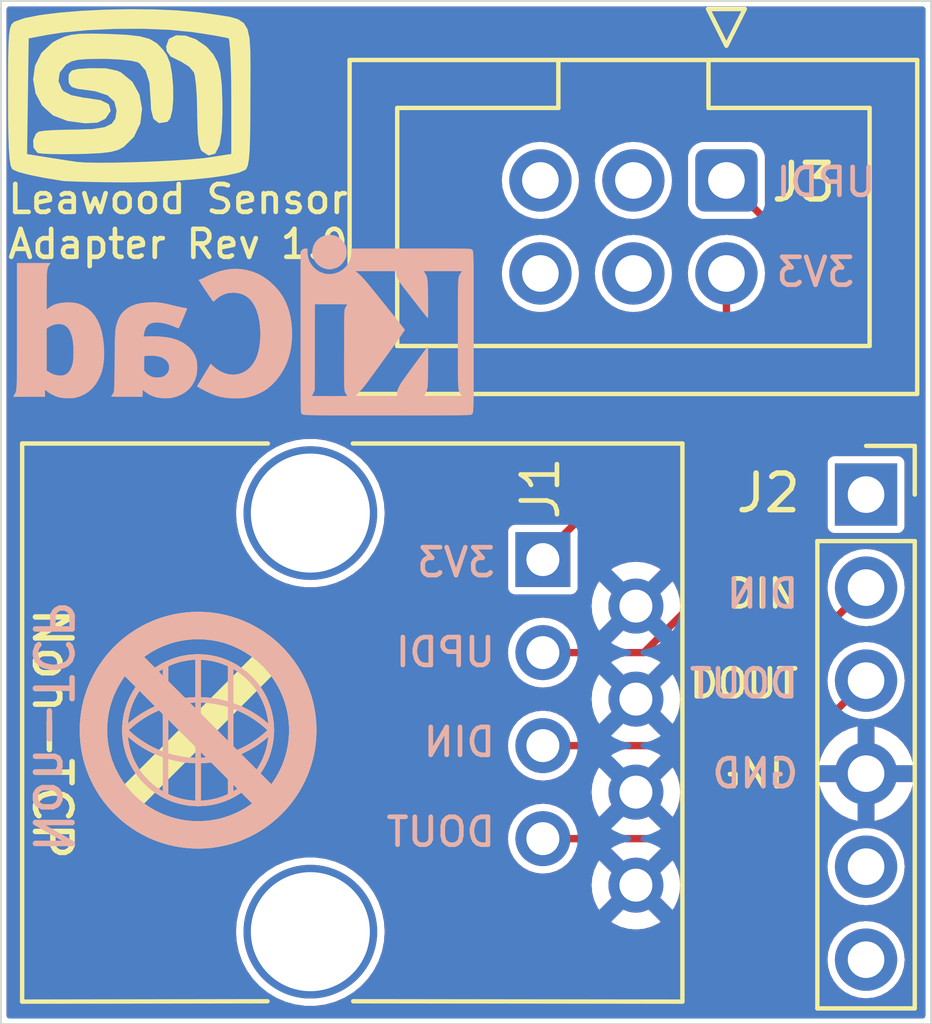
<source format=kicad_pcb>
(kicad_pcb (version 20240108) (generator "pcbnew") (generator_version "8.0")
  (title_block (title "Leawood Sensor Adapter LSX-1") (date "2024-03-27") (rev "1.0"))
  (layers (0 "F.Cu" signal) (31 "B.Cu" signal) (34 "B.Paste" user) (35 "F.Paste" user) (36 "B.SilkS" user "B.Silkscreen") (37 "F.SilkS" user "F.Silkscreen") (38 "B.Mask" user) (39 "F.Mask" user) (44 "Edge.Cuts" user))
  (net 0 "")
  (net 1 "GND")
  (net 2 "+3.3V")
  (net 3 "/UPDI")
  (net 4 "/DIN")
  (net 5 "/DOUT")
  (footprint "lsx-1-footprint:RJ45_8P8C" (layer "F.Cu") (at 93.54 72.405 -90)
    (property "Reference" "J1" (at -10.8354 2.608 90) (layer "F.SilkS") (effects (font (size 0.9906 0.9906) (thickness 0.127))))
    (property "Value" "RJ45" (hide yes))
    (fp_line (start -12.06 16.76) (end 3.18 16.76) (stroke (width 0.12)) (layer "F.SilkS"))
    (fp_line (start 3.17 10.06) (end 3.18 16.76) (stroke (width 0.12)) (layer "F.SilkS"))
    (fp_line (start -12.06 10.05) (end -12.06 16.76) (stroke (width 0.12)) (layer "F.SilkS"))
    (fp_line (start -12.06 -1.27) (end -12.06 7.73) (stroke (width 0.12)) (layer "F.SilkS"))
    (fp_line (start 3.18 -1.27) (end 3.17 7.72) (stroke (width 0.12)) (layer "F.SilkS"))
    (fp_line (start 3.18 -1.27) (end -12.06 -1.27) (stroke (width 0.12)) (layer "F.SilkS"))
    (pad "" np_thru_hole circle (at -10.16 8.89 270) (size 3.65 3.65) (drill 3.25) (layers "*.Cu" "*.Mask"))
    (pad "" np_thru_hole circle (at 1.27 8.89 270) (size 3.65 3.65) (drill 3.25) (layers "*.Cu" "*.Mask"))
    (pad "1" thru_hole rect (at -8.89 2.54 270) (size 1.5 1.5) (drill 0.9) (layers "*.Cu" "*.Mask") (net 2 "+3.3V"))
    (pad "2" thru_hole circle (at -7.62 0 270) (size 1.5 1.5) (drill 0.9) (layers "*.Cu" "*.Mask") (net 1 "GND"))
    (pad "3" thru_hole circle (at -6.35 2.54 270) (size 1.5 1.5) (drill 0.9) (layers "*.Cu" "*.Mask") (net 3 "/UPDI"))
    (pad "4" thru_hole circle (at -5.079999 0 270) (size 1.5 1.5) (drill 0.9) (layers "*.Cu" "*.Mask") (net 1 "GND"))
    (pad "5" thru_hole circle (at -3.81 2.54 270) (size 1.5 1.5) (drill 0.9) (layers "*.Cu" "*.Mask") (net 4 "/DIN"))
    (pad "6" thru_hole circle (at -2.54 0 270) (size 1.5 1.5) (drill 0.9) (layers "*.Cu" "*.Mask") (net 1 "GND"))
    (pad "7" thru_hole circle (at -1.27 2.54 270) (size 1.5 1.5) (drill 0.9) (layers "*.Cu" "*.Mask") (net 5 "/DOUT"))
    (pad "8" thru_hole circle (at 0 0 270) (size 1.5 1.5) (drill 0.9) (layers "*.Cu" "*.Mask") (net 1 "GND"))
  )
  (footprint "sjm-mechanical:MyBasic_rounded_50_1" (layer "F.Cu") (at 79.661678 50.808243)
    (property "Reference" "Lg1" (hide yes))
    (property "Value" "logo" (hide yes))
    (fp_poly (pts (xy 2.539068 0.492399) (xy 2.519138 1.015157) (xy 2.458339 1.378069) (xy 2.357294 1.579846) (xy 2.216624 1.619203) (xy 2.048933 1.507066) (xy 1.995682 1.361488) (xy 1.961686 1.054882) (xy 1.947676 0.594537) (xy 1.947333 0.49505) (xy 1.938764 0.097735) (xy 1.91563 -0.254593) (xy 1.88179 -0.516123) (xy 1.853241 -0.621876) (xy 1.709675 -0.791346) (xy 1.475328 -0.938435) (xy 1.429908 -0.957716) (xy 1.208838 -1.068214) (xy 1.114007 -1.194028) (xy 1.100667 -1.299315) (xy 1.164639 -1.475757) (xy 1.332569 -1.559333) (xy 1.568475 -1.552519) (xy 1.836374 -1.457795) (xy 2.100284 -1.277639) (xy 2.154278 -1.226745) (xy 2.30556 -1.050015) (xy 2.412216 -0.850203) (xy 2.481517 -0.594814) (xy 2.520737 -0.251351) (xy 2.537149 0.212682) (xy 2.539068 0.492399)) (stroke (width 0.1)) (fill solid) (layer "F.SilkS"))
    (fp_poly (pts (xy 0.34267 0.401396) (xy 0.295189 0.78495) (xy 0.130447 1.134481) (xy -0.143839 1.403811) (xy -0.285097 1.477168) (xy -0.473433 1.527105) (xy -0.744285 1.558878) (xy -1.133089 1.577742) (xy -1.354667 1.583393) (xy -1.751061 1.587691) (xy -2.089353 1.583729) (xy -2.33113 1.57245) (xy -2.434167 1.556953) (xy -2.523029 1.439885) (xy -2.531116 1.26176) (xy -2.463306 1.107596) (xy -2.406075 1.067391) (xy -2.267273 1.045378) (xy -2.003201 1.028077) (xy -1.657907 1.017813) (xy -1.432409 1.016) (xy -0.950865 1.000429) (xy -0.614329 0.946481) (xy -0.400728 0.843299) (xy -0.287987 0.680028) (xy -0.254033 0.445811) (xy -0.254 0.436455) (xy -0.320498 0.172492) (xy -0.525142 -0.014356) (xy -0.875658 -0.12968) (xy -1.077076 -0.159096) (xy -1.352639 -0.194937) (xy -1.499307 -0.240944) (xy -1.557127 -0.318745) (xy -1.566333 -0.423334) (xy -1.555369 -0.537732) (xy -1.497036 -0.604045) (xy -1.353176 -0.638834) (xy -1.085631 -0.658659) (xy -1.016 -0.662183) (xy -0.59972 -0.658156) (xy -0.30002 -0.593755) (xy -0.205721 -0.551214) (xy 0.090942 -0.306906) (xy 0.274163 0.024037) (xy 0.34267 0.401396)) (stroke (width 0.1)) (fill solid) (layer "F.SilkS"))
    (fp_poly (pts (xy 1.195199 0.12652) (xy 1.171174 0.423519) (xy 1.119217 0.633327) (xy 1.058333 0.707951) (xy 0.866305 0.738023) (xy 0.745857 0.641621) (xy 0.687111 0.404874) (xy 0.677333 0.172909) (xy 0.642254 -0.322588) (xy 0.534985 -0.672063) (xy 0.352479 -0.884069) (xy 0.288135 -0.919664) (xy 0.110694 -0.962599) (xy -0.184414 -0.995681) (xy -0.545592 -1.013942) (xy -0.712233 -1.016) (xy -1.103858 -1.010452) (xy -1.368654 -0.98892) (xy -1.548902 -0.944073) (xy -1.686886 -0.868578) (xy -1.724249 -0.840522) (xy -1.903246 -0.611261) (xy -1.940798 -0.34805) (xy -1.833614 -0.10105) (xy -1.776688 -0.041146) (xy -1.553794 0.073454) (xy -1.204358 0.144508) (xy -1.120521 0.152644) (xy -0.756152 0.209077) (xy -0.555352 0.306606) (xy -0.517192 0.446155) (xy -0.640743 0.628647) (xy -0.641048 0.628952) (xy -0.838147 0.726949) (xy -1.160777 0.744715) (xy -1.620879 0.68286) (xy -1.637249 0.679719) (xy -2.016998 0.53308) (xy -2.295444 0.281501) (xy -2.468504 -0.041314) (xy -2.532099 -0.401665) (xy -2.482146 -0.765849) (xy -2.314565 -1.100163) (xy -2.025274 -1.370906) (xy -1.894472 -1.444431) (xy -1.71114 -1.523813) (xy -1.527711 -1.574176) (xy -1.302663 -1.600125) (xy -0.994472 -1.606266) (xy -0.561616 -1.597204) (xy -0.526509 -1.596148) (xy -0.033514 -1.573734) (xy 0.324435 -1.533177) (xy 0.581523 -1.462284) (xy 0.771932 -1.348863) (xy 0.929845 -1.180723) (xy 1.027625 -1.041829) (xy 1.107505 -0.841846) (xy 1.162582 -0.550741) (xy 1.192074 -0.213093) (xy 1.195199 0.12652)) (stroke (width 0.1)) (fill solid) (layer "F.SilkS"))
    (fp_poly (pts (xy 3.304378 -0.743582) (xy 3.302238 -0.149924) (xy 3.302 0.034945) (xy 3.300032 0.675217) (xy 3.293365 1.165453) (xy 3.280856 1.524914) (xy 3.261361 1.772861) (xy 3.233735 1.928554) (xy 3.196835 2.011252) (xy 3.183831 2.02467) (xy 3.016596 2.096142) (xy 2.878667 2.126474) (xy 2.878667 1.672748) (xy 2.878667 0.079371) (xy 2.874611 -0.441091) (xy 2.86325 -0.890668) (xy 2.845795 -1.244335) (xy 2.823453 -1.477063) (xy 2.799275 -1.563074) (xy 2.687827 -1.593908) (xy 2.445552 -1.640381) (xy 2.109493 -1.695905) (xy 1.762108 -1.747515) (xy 1.13364 -1.809464) (xy 0.406051 -1.837755) (xy -0.363863 -1.833503) (xy -1.119308 -1.797821) (xy -1.803486 -1.731824) (xy -2.201333 -1.669763) (xy -2.751667 -1.565141) (xy -2.774634 0.056143) (xy -2.797601 1.677426) (xy -2.224301 1.768198) (xy -1.888387 1.820928) (xy -1.583576 1.868002) (xy -1.397 1.896091) (xy -1.156831 1.913739) (xy -0.785475 1.920161) (xy -0.320617 1.916617) (xy 0.200057 1.904364) (xy 0.738862 1.88466) (xy 1.258112 1.858761) (xy 1.720122 1.827926) (xy 2.087206 1.793412) (xy 2.2225 1.775306) (xy 2.878667 1.672748) (xy 2.878667 2.126474) (xy 2.707275 2.164166) (xy 2.283113 2.226037) (xy 1.771356 2.279051) (xy 1.199249 2.320504) (xy 0.594039 2.347692) (xy -0.017031 2.35791) (xy -0.169333 2.357483) (xy -0.654331 2.35226) (xy -1.093111 2.344201) (xy -1.451846 2.334183) (xy -1.696708 2.32308) (xy -1.778 2.315816) (xy -2.284572 2.232236) (xy -2.692361 2.149708) (xy -2.977538 2.073632) (xy -3.1115 2.013674) (xy -3.148535 1.935849) (xy -3.176694 1.76079) (xy -3.196802 1.473075) (xy -3.209683 1.057284) (xy -3.216163 0.497996) (xy -3.217333 0.034945) (xy -3.216382 -0.581401) (xy -3.212423 -1.049836) (xy -3.2038 -1.391776) (xy -3.188856 -1.628638) (xy -3.165934 -1.78184) (xy -3.133378 -1.872797) (xy -3.089532 -1.922927) (xy -3.064688 -1.938403) (xy -2.7988 -2.031821) (xy -2.393239 -2.111825) (xy -1.877227 -2.17717) (xy -1.279985 -2.226611) (xy -0.630736 -2.258901) (xy 0.041298 -2.272796) (xy 0.706896 -2.26705) (xy 1.336834 -2.240418) (xy 1.901891 -2.191654) (xy 2.140193 -2.160217) (xy 2.505658 -2.108577) (xy 2.785762 -2.063648) (xy 2.991766 -2.004153) (xy 3.134929 -1.908818) (xy 3.226512 -1.756368) (xy 3.277775 -1.525529) (xy 3.299977 -1.195025) (xy 3.304378 -0.743582)) (stroke (width 0.1)) (fill solid) (layer "F.SilkS"))
  )
  (footprint "sjm-mechanical:Non_TCP" (layer "F.Cu") (at 81.5848 68.1736 -90)
    (property "Reference" "Lg4")
    (property "Value" "logo")
    (fp_line (start -1.778 0.889) (end 1.778 0.889) (stroke (width 0.15)) (layer "F.SilkS"))
    (fp_line (start -2.000001 0) (end 2.000001 0) (stroke (width 0.15)) (layer "F.SilkS"))
    (fp_line (start -1.778 -0.889) (end 1.778 -0.889) (stroke (width 0.15)) (layer "F.SilkS"))
    (fp_line (start -2 -2) (end 2 2) (stroke (width 0.75)) (layer "F.SilkS"))
    (fp_arc (start 0 2.000001) (mid -0.828428 0) (end 0 -2.000001) (stroke (width 0.15)) (layer "F.SilkS"))
    (fp_arc (start 0 -2.000001) (mid 0.828428 0) (end 0 2.000001) (stroke (width 0.15)) (layer "F.SilkS"))
    (fp_circle (center 0 0) (end 2.000001 0) (stroke (width 0.15)) (fill none) (layer "F.SilkS"))
    (fp_circle (center 0 0) (end 2.858206 0) (stroke (width 0.75)) (fill none) (layer "F.SilkS"))
    (fp_text user "Non-TCP" (at -3.429 4.572 -90) (layer "F.SilkS") (effects (justify left bottom)))
  )
  (footprint "Connector_PinSocket_2.54mm:PinSocket_1x06_P2.54mm_Vertical" (layer "F.Cu") (at 99.825 61.74)
    (property "Reference" "J2" (at -2.67 -0.0434 0) (layer "F.SilkS"))
    (property "Value" "USART-USB" (hide yes))
    (fp_line (start -1.33 1.27) (end -1.33 14.03) (stroke (width 0.12)) (layer "F.SilkS"))
    (fp_line (start -1.33 1.27) (end 1.33 1.27) (stroke (width 0.12)) (layer "F.SilkS"))
    (fp_line (start -1.33 14.03) (end 1.33 14.03) (stroke (width 0.12)) (layer "F.SilkS"))
    (fp_line (start 0 -1.33) (end 1.33 -1.33) (stroke (width 0.12)) (layer "F.SilkS"))
    (fp_line (start 1.33 -1.33) (end 1.33 0) (stroke (width 0.12)) (layer "F.SilkS"))
    (fp_line (start 1.33 1.27) (end 1.33 14.03) (stroke (width 0.12)) (layer "F.SilkS"))
    (pad "1" thru_hole rect (at 0 0) (size 1.7 1.7) (drill 1) (layers "*.Cu" "*.Mask"))
    (pad "2" thru_hole oval (at 0 2.54) (size 1.7 1.7) (drill 1) (layers "*.Cu" "*.Mask") (net 4 "/DIN"))
    (pad "3" thru_hole oval (at 0 5.08) (size 1.7 1.7) (drill 1) (layers "*.Cu" "*.Mask") (net 5 "/DOUT"))
    (pad "4" thru_hole oval (at 0 7.62) (size 1.7 1.7) (drill 1) (layers "*.Cu" "*.Mask") (net 1 "GND"))
    (pad "5" thru_hole oval (at 0 10.16) (size 1.7 1.7) (drill 1) (layers "*.Cu" "*.Mask"))
    (pad "6" thru_hole oval (at 0 12.7) (size 1.7 1.7) (drill 1) (layers "*.Cu" "*.Mask"))
  )
  (footprint "Connector_IDC:IDC-Header_2x03_P2.54mm_Vertical" (layer "F.Cu") (at 96.012 53.1622 -90)
    (property "Reference" "J3" (at 0.0508 -2.1082 0) (layer "F.SilkS"))
    (property "Value" "ISP" (hide yes))
    (fp_line (start -3.29 10.29) (end -3.29 -5.21) (stroke (width 0.12)) (layer "F.SilkS"))
    (fp_line (start 5.83 10.29) (end -3.29 10.29) (stroke (width 0.12)) (layer "F.SilkS"))
    (fp_line (start -1.98 8.99) (end -1.98 4.59) (stroke (width 0.12)) (layer "F.SilkS"))
    (fp_line (start 4.52 8.99) (end -1.98 8.99) (stroke (width 0.12)) (layer "F.SilkS"))
    (fp_line (start -1.98 4.59) (end -3.29 4.59) (stroke (width 0.12)) (layer "F.SilkS"))
    (fp_line (start -1.98 4.59) (end -1.98 4.59) (stroke (width 0.12)) (layer "F.SilkS"))
    (fp_line (start -4.68 0.5) (end -3.68 0) (stroke (width 0.12)) (layer "F.SilkS"))
    (fp_line (start -3.29 0.49) (end -1.98 0.49) (stroke (width 0.12)) (layer "F.SilkS"))
    (fp_line (start -1.98 0.49) (end -1.98 -3.91) (stroke (width 0.12)) (layer "F.SilkS"))
    (fp_line (start -3.68 0) (end -4.68 -0.5) (stroke (width 0.12)) (layer "F.SilkS"))
    (fp_line (start -4.68 -0.5) (end -4.68 0.5) (stroke (width 0.12)) (layer "F.SilkS"))
    (fp_line (start -1.98 -3.91) (end 4.52 -3.91) (stroke (width 0.12)) (layer "F.SilkS"))
    (fp_line (start 4.52 -3.91) (end 4.52 8.99) (stroke (width 0.12)) (layer "F.SilkS"))
    (fp_line (start -3.29 -5.21) (end 5.83 -5.21) (stroke (width 0.12)) (layer "F.SilkS"))
    (fp_line (start 5.83 -5.21) (end 5.83 10.29) (stroke (width 0.12)) (layer "F.SilkS"))
    (pad "1" thru_hole roundrect (at 0 0 270) (size 1.7 1.7) (drill 1) (layers "*.Cu" "*.Mask") (roundrect_rratio 0.147059) (net 3 "/UPDI"))
    (pad "2" thru_hole circle (at 2.54 0 270) (size 1.7 1.7) (drill 1) (layers "*.Cu" "*.Mask") (net 2 "+3.3V"))
    (pad "3" thru_hole circle (at 0 2.54 270) (size 1.7 1.7) (drill 1) (layers "*.Cu" "*.Mask"))
    (pad "4" thru_hole circle (at 2.54 2.54 270) (size 1.7 1.7) (drill 1) (layers "*.Cu" "*.Mask"))
    (pad "5" thru_hole circle (at 0 5.08 270) (size 1.7 1.7) (drill 1) (layers "*.Cu" "*.Mask"))
    (pad "6" thru_hole circle (at 2.54 5.08 270) (size 1.7 1.7) (drill 1) (layers "*.Cu" "*.Mask"))
  )
  (footprint "Symbol:KiCad-Logo_5mm_SilkScreen" (layer "B.Cu") (at 82.8294 57.6326 180)
    (property "Reference" "Lg2" (hide yes))
    (property "Value" "logo" (hide yes))
    (fp_poly (pts (xy -2.273043 2.973429) (xy -2.176767 2.949191) (xy -2.090184 2.906359) (xy -2.015373 2.846581) (xy -1.954418 2.771506) (xy -1.909399 2.68278) (xy -1.883136 2.58647) (xy -1.877286 2.489205) (xy -1.89214 2.395345) (xy -1.92584 2.30749) (xy -1.976528 2.22823) (xy -2.042345 2.160165) (xy -2.121434 2.105888) (xy -2.211934 2.067998) (xy -2.2632 2.055574) (xy -2.307698 2.048053) (xy -2.341999 2.045081) (xy -2.37496 2.046906) (xy -2.415434 2.053775) (xy -2.448531 2.06075) (xy -2.541946 2.092259) (xy -2.625619 2.143383) (xy -2.697665 2.212571) (xy -2.7562 2.298272) (xy -2.770148 2.325511) (xy -2.786586 2.361878) (xy -2.796894 2.392418) (xy -2.80246 2.42455) (xy -2.804669 2.465693) (xy -2.804948 2.511778) (xy -2.800861 2.596135) (xy -2.787446 2.665414) (xy -2.762256 2.726039) (xy -2.722845 2.784433) (xy -2.684298 2.828698) (xy -2.612406 2.894516) (xy -2.537313 2.939947) (xy -2.454562 2.967149) (xy -2.376928 2.977424) (xy -2.273043 2.973429)) (stroke (width 0.01)) (fill solid) (layer "B.SilkS"))
    (fp_poly (pts (xy 0.328429 2.050929) (xy 0.48857 2.029755) (xy 0.65251 1.989615) (xy 0.822314 1.930111) (xy 1.000043 1.850846) (xy 1.01131 1.845301) (xy 1.069005 1.817275) (xy 1.120551 1.793198) (xy 1.162192 1.774751) (xy 1.190162 1.763614) (xy 1.199733 1.761067) (xy 1.21895 1.756059) (xy 1.223561 1.751853) (xy 1.218458 1.74142) (xy 1.202417 1.715132) (xy 1.177288 1.675743) (xy 1.144913 1.626009) (xy 1.107143 1.568685) (xy 1.065822 1.506524) (xy 1.022798 1.442282) (xy 0.979917 1.378715) (xy 0.939026 1.318575) (xy 0.901971 1.26462) (xy 0.8706 1.219603) (xy 0.846759 1.186279) (xy 0.832294 1.167403) (xy 0.830309 1.165213) (xy 0.820191 1.169862) (xy 0.797851 1.187038) (xy 0.767279 1.21356) (xy 0.751536 1.228036) (xy 0.655047 1.303318) (xy 0.548336 1.358759) (xy 0.432832 1.393859) (xy 0.309962 1.40812) (xy 0.240561 1.406949) (xy 0.119423 1.389788) (xy 0.010205 1.353906) (xy -0.087418 1.299041) (xy -0.173772 1.22493) (xy -0.249185 1.131312) (xy -0.313982 1.017924) (xy -0.351399 0.931332) (xy -0.395252 0.795634) (xy -0.427572 0.64815) (xy -0.448443 0.492687) (xy -0.457949 0.333044) (xy -0.456173 0.173028) (xy -0.443197 0.01644) (xy -0.419106 -0.132918) (xy -0.383982 -0.27124) (xy -0.337908 -0.394724) (xy -0.321627 -0.428978) (xy -0.25338 -0.543064) (xy -0.172922 -0.639557) (xy -0.08143 -0.71767) (xy 0.019911 -0.776617) (xy 0.12992 -0.815612) (xy 0.247415 -0.833868) (xy 0.288883 -0.83521) (xy 0.410442 -0.82429) (xy 0.530878 -0.791474) (xy 0.648666 -0.737439) (xy 0.762277 -0.662865) (xy 0.853685 -0.584539) (xy 0.900215 -0.540008) (xy 1.081483 -0.837271) (xy 1.12658 -0.911433) (xy 1.167819 -0.979646) (xy 1.203735 -1.039459) (xy 1.232866 -1.08842) (xy 1.25375 -1.124079) (xy 1.264924 -1.143984) (xy 1.266375 -1.147079) (xy 1.258146 -1.156719) (xy 1.232567 -1.173999) (xy 1.192874 -1.197283) (xy 1.142297 -1.224934) (xy 1.084074 -1.255315) (xy 1.021437 -1.28679) (xy 0.957621 -1.317722) (xy 0.89586 -1.346473) (xy 0.839388 -1.371408) (xy 0.791438 -1.390889) (xy 0.767986 -1.399318) (xy 0.63422 -1.437133) (xy 0.496327 -1.462136) (xy 0.348621 -1.47514) (xy 0.221833 -1.477468) (xy 0.153878 -1.476373) (xy 0.088277 -1.474275) (xy 0.030847 -1.471434) (xy -0.012597 -1.468106) (xy -0.026702 -1.466422) (xy -0.165715 -1.437587) (xy -0.307243 -1.392468) (xy -0.444725 -1.33375) (xy -0.571606 -1.26412) (xy -0.649111 -1.211441) (xy -0.776519 -1.103239) (xy -0.894822 -0.976671) (xy -1.001828 -0.834866) (xy -1.095348 -0.680951) (xy -1.17319 -0.518053) (xy -1.217044 -0.400756) (xy -1.267292 -0.217128) (xy -1.300791 -0.022581) (xy -1.317551 0.178675) (xy -1.317584 0.382432) (xy -1.300899 0.58448) (xy -1.267507 0.780608) (xy -1.21742 0.966609) (xy -1.213603 0.978197) (xy -1.150719 1.14025) (xy -1.073972 1.288168) (xy -0.980758 1.426135) (xy -0.868473 1.558339) (xy -0.824608 1.603601) (xy -0.688466 1.727542) (xy -0.548509 1.830085) (xy -0.402589 1.912344) (xy -0.248558 1.975436) (xy -0.084267 2.020477) (xy 0.011289 2.037967) (xy 0.170023 2.053534) (xy 0.328429 2.050929)) (stroke (width 0.01)) (fill solid) (layer "B.SilkS"))
    (fp_poly (pts (xy 6.186507 0.527755) (xy 6.186526 0.293338) (xy 6.186552 0.080397) (xy 6.186625 -0.112168) (xy 6.186783 -0.285459) (xy 6.187064 -0.440576) (xy 6.187509 -0.578621) (xy 6.188156 -0.700692) (xy 6.189045 -0.807894) (xy 6.190213 -0.901326) (xy 6.191701 -0.98209) (xy 6.193546 -1.051286) (xy 6.195789 -1.110016) (xy 6.198469 -1.159379) (xy 6.201623 -1.200478) (xy 6.205292 -1.234413) (xy 6.209513 -1.262286) (xy 6.214327 -1.285198) (xy 6.219773 -1.304249) (xy 6.225888 -1.32054) (xy 6.232712 -1.335173) (xy 6.240285 -1.349249) (xy 6.248645 -1.363868) (xy 6.253839 -1.372974) (xy 6.288104 -1.433689) (xy 5.429955 -1.433689) (xy 5.429955 -1.337733) (xy 5.429224 -1.29437) (xy 5.427272 -1.261205) (xy 5.424463 -1.243424) (xy 5.423221 -1.241778) (xy 5.411799 -1.248662) (xy 5.389084 -1.266505) (xy 5.366385 -1.285879) (xy 5.3118 -1.326614) (xy 5.242321 -1.367617) (xy 5.165269 -1.405123) (xy 5.087965 -1.435364) (xy 5.057113 -1.445012) (xy 4.988616 -1.459578) (xy 4.905764 -1.469539) (xy 4.816371 -1.474583) (xy 4.728248 -1.474396) (xy 4.649207 -1.468666) (xy 4.611511 -1.462858) (xy 4.473414 -1.424797) (xy 4.346113 -1.367074) (xy 4.230292 -1.290211) (xy 4.126637 -1.194739) (xy 4.035833 -1.081179) (xy 3.969031 -0.970381) (xy 3.914164 -0.853625) (xy 3.872163 -0.734276) (xy 3.842167 -0.608283) (xy 3.823311 -0.471594) (xy 3.814732 -0.320158) (xy 3.814006 -0.242711) (xy 3.8161 -0.185934) (xy 4.645217 -0.185934) (xy 4.645424 -0.279002) (xy 4.648337 -0.366692) (xy 4.654 -0.443772) (xy 4.662455 -0.505009) (xy 4.665038 -0.51735) (xy 4.69684 -0.624633) (xy 4.738498 -0.711658) (xy 4.790363 -0.778642) (xy 4.852781 -0.825805) (xy 4.9261 -0.853365) (xy 5.01067 -0.861541) (xy 5.106835 -0.850551) (xy 5.170311 -0.834829) (xy 5.219454 -0.816639) (xy 5.273583 -0.790791) (xy 5.314244 -0.767089) (xy 5.3848 -0.720721) (xy 5.3848 0.42947) (xy 5.317392 0.473037) (xy 5.238867 0.51396) (xy 5.154681 0.540611) (xy 5.069557 0.552535) (xy 4.988216 0.549278) (xy 4.91538 0.530385) (xy 4.883427 0.514816) (xy 4.825501 0.471819) (xy 4.776544 0.415047) (xy 4.735389 0.342425) (xy 4.700874 0.251879) (xy 4.671833 0.141334) (xy 4.670552 0.135468) (xy 4.660381 0.073212) (xy 4.652739 -0.004594) (xy 4.64767 -0.09272) (xy 4.645217 -0.185934) (xy 3.8161 -0.185934) (xy 3.821857 -0.029895) (xy 3.843801 0.165941) (xy 3.879786 0.344668) (xy 3.929759 0.506155) (xy 3.993668 0.650274) (xy 4.071461 0.776894) (xy 4.163089 0.885885) (xy 4.268497 0.977117) (xy 4.313662 1.008068) (xy 4.414611 1.064215) (xy 4.517901 1.103826) (xy 4.627989 1.127986) (xy 4.74933 1.137781) (xy 4.841836 1.136735) (xy 4.97149 1.125769) (xy 5.084084 1.103954) (xy 5.182876 1.070286) (xy 5.271121 1.023764) (xy 5.319986 0.989552) (xy 5.349353 0.967638) (xy 5.371043 0.952667) (xy 5.379253 0.948267) (xy 5.380868 0.959096) (xy 5.382159 0.989749) (xy 5.383137 1.037474) (xy 5.383817 1.099521) (xy 5.38421 1.173138) (xy 5.38433 1.255573) (xy 5.384188 1.344075) (xy 5.383797 1.435893) (xy 5.383171 1.528276) (xy 5.382319 1.618472) (xy 5.38126 1.703729) (xy 5.380001 1.781297) (xy 5.378556 1.848425) (xy 5.376938 1.902359) (xy 5.375161 1.94035) (xy 5.374669 1.947332) (xy 5.367092 2.017749) (xy 5.355531 2.072898) (xy 5.337792 2.120019) (xy 5.311681 2.166353) (xy 5.305415 2.175933) (xy 5.280983 2.212622) (xy 6.18631 2.212622) (xy 6.186507 0.527755)) (stroke (width 0.01)) (fill solid) (layer "B.SilkS"))
    (fp_poly (pts (xy 2.673574 1.133448) (xy 2.825493 1.113433) (xy 2.960756 1.079798) (xy 3.080239 1.032275) (xy 3.184815 0.970595) (xy 3.262425 0.907035) (xy 3.331265 0.832901) (xy 3.385006 0.753129) (xy 3.42791 0.660909) (xy 3.443384 0.617839) (xy 3.456244 0.578858) (xy 3.467446 0.542711) (xy 3.47712 0.507565) (xy 3.485396 0.47159) (xy 3.492403 0.43295) (xy 3.498272 0.389815) (xy 3.503131 0.340351) (xy 3.50711 0.282727) (xy 3.51034 0.215109) (xy 3.512949 0.135666) (xy 3.515067 0.042564) (xy 3.516824 -0.066027) (xy 3.518349 -0.191942) (xy 3.519772 -0.337012) (xy 3.521025 -0.479778) (xy 3.522351 -0.635968) (xy 3.523556 -0.771239) (xy 3.524766 -0.887246) (xy 3.526106 -0.985645) (xy 3.5277 -1.068093) (xy 3.529675 -1.136246) (xy 3.532156 -1.19176) (xy 3.535269 -1.236292) (xy 3.539138 -1.271497) (xy 3.543889 -1.299034) (xy 3.549648 -1.320556) (xy 3.556539 -1.337722) (xy 3.564689 -1.352186) (xy 3.574223 -1.365606) (xy 3.585266 -1.379637) (xy 3.589566 -1.385072) (xy 3.605386 -1.40791) (xy 3.612422 -1.423463) (xy 3.612444 -1.423922) (xy 3.601567 -1.426121) (xy 3.570582 -1.428147) (xy 3.521957 -1.429942) (xy 3.458163 -1.431451) (xy 3.38167 -1.432616) (xy 3.294944 -1.43338) (xy 3.200457 -1.433686) (xy 3.18955 -1.433689) (xy 2.766657 -1.433689) (xy 2.763395 -1.337622) (xy 2.760133 -1.241556) (xy 2.698044 -1.292543) (xy 2.600714 -1.360057) (xy 2.490813 -1.414749) (xy 2.404349 -1.444978) (xy 2.335278 -1.459666) (xy 2.251925 -1.469659) (xy 2.162159 -1.474646) (xy 2.073845 -1.474313) (xy 1.994851 -1.468351) (xy 1.958622 -1.462638) (xy 1.818603 -1.424776) (xy 1.692178 -1.369932) (xy 1.580261 -1.298924) (xy 1.483762 -1.212568) (xy 1.4036 -1.111679) (xy 1.340687 -0.997076) (xy 1.296312 -0.870984) (xy 1.283978 -0.814401) (xy 1.276368 -0.752203) (xy 1.272738 -0.677363) (xy 1.272245 -0.643467) (xy 1.27231 -0.640282) (xy 2.032248 -0.640282) (xy 2.041541 -0.715333) (xy 2.069728 -0.77916) (xy 2.118197 -0.834798) (xy 2.123254 -0.839211) (xy 2.171548 -0.874037) (xy 2.223257 -0.89662) (xy 2.283989 -0.90854) (xy 2.359352 -0.911383) (xy 2.377459 -0.910978) (xy 2.431278 -0.908325) (xy 2.471309 -0.902909) (xy 2.506324 -0.892745) (xy 2.545103 -0.87585) (xy 2.555746 -0.870672) (xy 2.616396 -0.834843) (xy 2.663215 -0.792212) (xy 2.675952 -0.776973) (xy 2.720622 -0.720462) (xy 2.720622 -0.524586) (xy 2.720086 -0.445939) (xy 2.718396 -0.387988) (xy 2.715428 -0.348874) (xy 2.711057 -0.326741) (xy 2.706972 -0.320274) (xy 2.691047 -0.317111) (xy 2.657264 -0.314488) (xy 2.610341 -0.312655) (xy 2.554993 -0.311857) (xy 2.546106 -0.311842) (xy 2.42533 -0.317096) (xy 2.32266 -0.333263) (xy 2.236106 -0.360961) (xy 2.163681 -0.400809) (xy 2.108751 -0.447758) (xy 2.064205 -0.505645) (xy 2.03948 -0.568693) (xy 2.032248 -0.640282) (xy 1.27231 -0.640282) (xy 1.274178 -0.549712) (xy 1.282522 -0.470811) (xy 1.298768 -0.39959) (xy 1.324405 -0.328864) (xy 1.348401 -0.276494) (xy 1.407019 -0.181196) (xy 1.485117 -0.09317) (xy 1.580315 -0.014017) (xy 1.690238 0.05466) (xy 1.81251 0.111259) (xy 1.944754 0.154179) (xy 2.009421 0.169118) (xy 2.145604 0.191223) (xy 2.294049 0.205806) (xy 2.445505 0.212187) (xy 2.572064 0.210555) (xy 2.73395 0.203776) (xy 2.72653 0.262755) (xy 2.707238 0.361908) (xy 2.676104 0.442628) (xy 2.632269 0.505534) (xy 2.574871 0.551244) (xy 2.503048 0.580378) (xy 2.415941 0.593553) (xy 2.312686 0.591389) (xy 2.274712 0.587388) (xy 2.13352 0.56222) (xy 1.996707 0.521186) (xy 1.902178 0.483184) (xy 1.857018 0.46381) (xy 1.818585 0.44824) (xy 1.792234 0.438595) (xy 1.784547 0.436548) (xy 1.774802 0.445626) (xy 1.758083 0.474595) (xy 1.734232 0.523783) (xy 1.703093 0.593516) (xy 1.664507 0.684121) (xy 1.65791 0.699911) (xy 1.627853 0.772228) (xy 1.600874 0.837575) (xy 1.578136 0.893094) (xy 1.560806 0.935929) (xy 1.550048 0.963219) (xy 1.546941 0.972058) (xy 1.55694 0.976813) (xy 1.583217 0.98209) (xy 1.611489 0.985769) (xy 1.641646 0.990526) (xy 1.689434 0.999972) (xy 1.750612 1.01318) (xy 1.820946 1.029224) (xy 1.896195 1.04718) (xy 1.924755 1.054203) (xy 2.029816 1.079791) (xy 2.11748 1.099853) (xy 2.192068 1.115031) (xy 2.257903 1.125965) (xy 2.319307 1.133296) (xy 2.380602 1.137665) (xy 2.44611 1.139713) (xy 2.504128 1.140111) (xy 2.673574 1.133448)) (stroke (width 0.01)) (fill solid) (layer "B.SilkS"))
    (fp_poly (pts (xy -2.946399 2.510946) (xy -2.935535 2.397007) (xy -2.903918 2.289384) (xy -2.853015 2.190385) (xy -2.784293 2.102315) (xy -2.699219 2.027484) (xy -2.602232 1.969616) (xy -2.495965 1.929995) (xy -2.38895 1.911427) (xy -2.2833 1.912565) (xy -2.181125 1.93207) (xy -2.084534 1.968594) (xy -1.995638 2.020795) (xy -1.916546 2.087327) (xy -1.849368 2.166848) (xy -1.796217 2.258013) (xy -1.759199 2.359477) (xy -1.740427 2.469898) (xy -1.738489 2.519794) (xy -1.738489 2.607733) (xy -1.68656 2.607733) (xy -1.650253 2.604889) (xy -1.623355 2.593089) (xy -1.596249 2.569351) (xy -1.557867 2.530969) (xy -1.557867 0.339398) (xy -1.557876 0.077261) (xy -1.557908 -0.163241) (xy -1.557972 -0.383048) (xy -1.558076 -0.583101) (xy -1.558227 -0.764344) (xy -1.558434 -0.927716) (xy -1.558706 -1.07416) (xy -1.55905 -1.204617) (xy -1.559474 -1.320029) (xy -1.559987 -1.421338) (xy -1.560597 -1.509484) (xy -1.561312 -1.58541) (xy -1.56214 -1.650057) (xy -1.563089 -1.704367) (xy -1.564167 -1.74928) (xy -1.565383 -1.78574) (xy -1.566745 -1.814686) (xy -1.568261 -1.837063) (xy -1.569938 -1.853809) (xy -1.571786 -1.865867) (xy -1.573813 -1.87418) (xy -1.576025 -1.879686) (xy -1.577108 -1.881537) (xy -1.581271 -1.888549) (xy -1.584805 -1.894996) (xy -1.588635 -1.9009) (xy -1.593682 -1.906286) (xy -1.600871 -1.911178) (xy -1.611123 -1.915598) (xy -1.625364 -1.919571) (xy -1.644514 -1.923121) (xy -1.669499 -1.926271) (xy -1.70124 -1.929042) (xy -1.740662 -1.931461) (xy -1.788686 -1.933551) (xy -1.846237 -1.935335) (xy -1.914237 -1.936838) (xy -1.99361 -1.93808) (xy -2.085279 -1.939089) (xy -2.190166 -1.939885) (xy -2.309196 -1.940494) (xy -2.44329 -1.940939) (xy -2.593374 -1.941243) (xy -2.760367 -1.94143) (xy -2.945196 -1.941524) (xy -3.148783 -1.941548) (xy -3.37205 -1.941525) (xy -3.615922 -1.94148) (xy -3.881321 -1.941437) (xy -3.919704 -1.941432) (xy -4.186682 -1.941389) (xy -4.432002 -1.941318) (xy -4.656583 -1.941212) (xy -4.861345 -1.941066) (xy -5.047206 -1.940869) (xy -5.215088 -1.940616) (xy -5.365908 -1.9403) (xy -5.500587 -1.939913) (xy -5.620044 -1.939447) (xy -5.725199 -1.938897) (xy -5.816971 -1.938253) (xy -5.896279 -1.937511) (xy -5.964043 -1.936661) (xy -6.021182 -1.935697) (xy -6.068617 -1.934611) (xy -6.107266 -1.933397) (xy -6.13805 -1.932047) (xy -6.161885 -1.930555) (xy -6.179694 -1.928912) (xy -6.192395 -1.927111) (xy -6.200908 -1.925145) (xy -6.205266 -1.923477) (xy -6.213728 -1.919906) (xy -6.221497 -1.91727) (xy -6.228602 -1.914634) (xy -6.235073 -1.911061) (xy -6.240939 -1.905621) (xy -6.246229 -1.897375) (xy -6.250974 -1.88539) (xy -6.255202 -1.868731) (xy -6.258944 -1.846463) (xy -6.262227 -1.817652) (xy -6.265083 -1.781363) (xy -6.26754 -1.736661) (xy -6.269629 -1.682611) (xy -6.271378 -1.618279) (xy -6.272817 -1.54273) (xy -6.273976 -1.455031) (xy -6.274883 -1.354243) (xy -6.275569 -1.239434) (xy -6.276063 -1.10967) (xy -6.276395 -0.964015) (xy -6.276593 -0.801535) (xy -6.276687 -0.621295) (xy -6.276708 -0.42236) (xy -6.276685 -0.203796) (xy -6.276645 0.035332) (xy -6.276622 0.29596) (xy -6.276622 0.338112) (xy -6.276636 0.601008) (xy -6.276661 0.842268) (xy -6.276671 1.062835) (xy -6.276642 1.263648) (xy -6.276548 1.445651) (xy -6.276362 1.609784) (xy -6.276059 1.756989) (xy -6.275614 1.888208) (xy -6.275034 1.998132) (xy -5.972197 1.998132) (xy -5.932407 1.940289) (xy -5.921236 1.924521) (xy -5.911166 1.910559) (xy -5.902138 1.897216) (xy -5.894097 1.883307) (xy -5.886986 1.867644) (xy -5.880747 1.849042) (xy -5.875325 1.826314) (xy -5.870662 1.798273) (xy -5.866701 1.763734) (xy -5.863385 1.721508) (xy -5.860659 1.670411) (xy -5.858464 1.609256) (xy -5.856745 1.536856) (xy -5.855444 1.452025) (xy -5.854505 1.353578) (xy -5.85387 1.240326) (xy -5.853484 1.111084) (xy -5.853289 0.964666) (xy -5.853227 0.799884) (xy -5.853243 0.615553) (xy -5.85328 0.410487) (xy -5.853289 0.287867) (xy -5.853265 0.070918) (xy -5.853231 -0.124642) (xy -5.853243 -0.299999) (xy -5.853358 -0.456341) (xy -5.85363 -0.594857) (xy -5.854118 -0.716734) (xy -5.854877 -0.82316) (xy -5.855962 -0.915322) (xy -5.857431 -0.994409) (xy -5.85934 -1.061608) (xy -5.861744 -1.118107) (xy -5.864701 -1.165093) (xy -5.868266 -1.203755) (xy -5.872495 -1.23528) (xy -5.877446 -1.260855) (xy -5.883173 -1.28167) (xy -5.889733 -1.298911) (xy -5.897183 -1.313765) (xy -5.905579 -1.327422) (xy -5.914977 -1.341069) (xy -5.925432 -1.355893) (xy -5.931523 -1.364783) (xy -5.970296 -1.4224) (xy -5.438732 -1.4224) (xy -5.315483 -1.422365) (xy -5.212987 -1.422214) (xy -5.12942 -1.421878) (xy -5.062956 -1.421285) (xy -5.011771 -1.420367) (xy -4.974042 -1.419051) (xy -4.947939 -1.417269) (xy -4.931643 -1.414951) (xy -4.923328 -1.412026) (xy -4.921168 -1.408424) (xy -4.923338 -1.404075) (xy -4.924535 -1.402645) (xy -4.949685 -1.365573) (xy -4.975582 -1.312772) (xy -4.999193 -1.25077) (xy -5.007461 -1.224358) (xy -5.012078 -1.206416) (xy -5.015979 -1.185355) (xy -5.019248 -1.159089) (xy -5.021966 -1.125532) (xy -5.024215 -1.0826) (xy -5.026077 -1.028204) (xy -5.027636 -0.960262) (xy -5.028972 -0.876688) (xy -5.03017 -0.775395) (xy -5.031308 -0.6543) (xy -5.031685 -0.6096) (xy -5.032702 -0.484449) (xy -5.03346 -0.380082) (xy -5.033903 -0.294707) (xy -5.03397 -0.226533) (xy -5.033605 -0.173765) (xy -5.032748 -0.134614) (xy -5.031341 -0.107285) (xy -5.029325 -0.089986) (xy -5.026643 -0.080926) (xy -5.023236 -0.078312) (xy -5.019044 -0.080351) (xy -5.014571 -0.084667) (xy -5.004216 -0.097602) (xy -4.982158 -0.126676) (xy -4.949957 -0.169759) (xy -4.909174 -0.224718) (xy -4.86137 -0.289423) (xy -4.808105 -0.361742) (xy -4.750939 -0.439544) (xy -4.691437 -0.520698) (xy -4.631155 -0.603072) (xy -4.571655 -0.684536) (xy -4.514498 -0.762957) (xy -4.461245 -0.836204) (xy -4.413457 -0.902147) (xy -4.372693 -0.958654) (xy -4.340516 -1.003593) (xy -4.318485 -1.034834) (xy -4.313917 -1.041466) (xy -4.290995 -1.078369) (xy -4.264188 -1.126359) (xy -4.238789 -1.175897) (xy -4.235568 -1.182577) (xy -4.21389 -1.230772) (xy -4.201304 -1.268334) (xy -4.195574 -1.30416) (xy -4.194456 -1.3462) (xy -4.19509 -1.4224) (xy -3.040651 -1.4224) (xy -3.131815 -1.328668) (xy -3.178613 -1.278775) (xy -3.228898 -1.222295) (xy -3.274944 -1.168026) (xy -3.295369 -1.142673) (xy -3.325807 -1.103128) (xy -3.365862 -1.049916) (xy -3.414361 -0.984667) (xy -3.470135 -0.909011) (xy -3.532011 -0.824577) (xy -3.598819 -0.732994) (xy -3.669387 -0.635892) (xy -3.742545 -0.534901) (xy -3.817122 -0.43165) (xy -3.891944 -0.327768) (xy -3.965843 -0.224885) (xy -4.037645 -0.124631) (xy -4.106184 -0.028636) (xy -4.170284 0.061473) (xy -4.228775 0.144064) (xy -4.280486 0.217508) (xy -4.324247 0.280176) (xy -4.358885 0.330439) (xy -4.38323 0.366666) (xy -4.396111 0.387229) (xy -4.397869 0.391333) (xy -4.38991 0.402658) (xy -4.369115 0.429838) (xy -4.336847 0.471171) (xy -4.29447 0.524956) (xy -4.243347 0.589494) (xy -4.184841 0.663082) (xy -4.120314 0.744022) (xy -4.051131 0.830612) (xy -3.978653 0.921152) (xy -3.904246 1.01394) (xy -3.844517 1.088298) (xy -2.833511 1.088298) (xy -2.827602 1.07534) (xy -2.813272 1.053092) (xy -2.812225 1.051608) (xy -2.793437 1.021456) (xy -2.77379 0.984625) (xy -2.769891 0.976489) (xy -2.766356 0.96806) (xy -2.76323 0.957941) (xy -2.760485 0.94474) (xy -2.758092 0.927062) (xy -2.756019 0.903516) (xy -2.754235 0.872707) (xy -2.752712 0.833243) (xy -2.75142 0.783731) (xy -2.750326 0.722777) (xy -2.749403 0.648989) (xy -2.748619 0.560972) (xy -2.747945 0.457335) (xy -2.74735 0.336684) (xy -2.746805 0.197626) (xy -2.746279 0.038769) (xy -2.745745 -0.140089) (xy -2.745206 -0.325207) (xy -2.744772 -0.489145) (xy -2.744509 -0.633303) (xy -2.744484 -0.759079) (xy -2.744764 -0.867871) (xy -2.745418 -0.961077) (xy -2.746514 -1.040097) (xy -2.748118 -1.106328) (xy -2.750297 -1.16117) (xy -2.753119 -1.206022) (xy -2.756651 -1.242278) (xy -2.760961 -1.271341) (xy -2.766117 -1.294609) (xy -2.772185 -1.313479) (xy -2.779233 -1.329352) (xy -2.787329 -1.343622) (xy -2.79654 -1.357691) (xy -2.80504 -1.370158) (xy -2.822176 -1.396452) (xy -2.832322 -1.414037) (xy -2.833511 -1.417257) (xy -2.822604 -1.418334) (xy -2.791411 -1.419335) (xy -2.742223 -1.420235) (xy -2.677333 -1.42101) (xy -2.59903 -1.421637) (xy -2.509607 -1.422091) (xy -2.411356 -1.422349) (xy -2.342445 -1.4224) (xy -2.237452 -1.422181) (xy -2.14061 -1.421548) (xy -2.054107 -1.420549) (xy -1.980132 -1.419227) (xy -1.920874 -1.417626) (xy -1.87852 -1.415791) (xy -1.85526 -1.413765) (xy -1.851378 -1.412492) (xy -1.859076 -1.397591) (xy -1.867074 -1.38956) (xy -1.880246 -1.372434) (xy -1.897485 -1.342183) (xy -1.909407 -1.317622) (xy -1.936045 -1.258712) (xy -1.93912 -0.081845) (xy -1.942195 1.095022) (xy -2.387854 1.095022) (xy -2.485671 1.094858) (xy -2.576064 1.094389) (xy -2.656631 1.093653) (xy -2.724962 1.092684) (xy -2.778656 1.09152) (xy -2.815305 1.090197) (xy -2.832504 1.088751) (xy -2.833511 1.088298) (xy -3.844517 1.088298) (xy -3.82927 1.107278) (xy -3.75509 1.199463) (xy -3.683069 1.288795) (xy -3.614569 1.373576) (xy -3.550955 1.452102) (xy -3.493588 1.522674) (xy -3.443833 1.583591) (xy -3.403053 1.633153) (xy -3.385888 1.653822) (xy -3.299596 1.754484) (xy -3.222997 1.837741) (xy -3.154183 1.905562) (xy -3.091248 1.959911) (xy -3.081867 1.967279) (xy -3.042356 1.997883) (xy -4.174116 1.998133) (xy -4.168827 1.950156) (xy -4.17213 1.892812) (xy -4.193662 1.824537) (xy -4.233635 1.744787) (xy -4.278943 1.672505) (xy -4.295161 1.64986) (xy -4.323214 1.612304) (xy -4.36143 1.561979) (xy -4.408137 1.501027) (xy -4.461661 1.431589) (xy -4.520331 1.355806) (xy -4.582475 1.27582) (xy -4.646421 1.193772) (xy -4.710495 1.111804) (xy -4.773027 1.032057) (xy -4.832343 0.956672) (xy -4.88677 0.887793) (xy -4.934639 0.827558) (xy -4.974275 0.778111) (xy -5.004006 0.741592) (xy -5.022161 0.720142) (xy -5.02522 0.716844) (xy -5.028079 0.724851) (xy -5.030293 0.755145) (xy -5.031857 0.807444) (xy -5.032767 0.881469) (xy -5.03302 0.976937) (xy -5.032613 1.093566) (xy -5.031704 1.213555) (xy -5.030382 1.345667) (xy -5.028857 1.457406) (xy -5.026882 1.550975) (xy -5.024206 1.628581) (xy -5.020582 1.692425) (xy -5.015761 1.744717) (xy -5.009494 1.787656) (xy -5.001532 1.823449) (xy -4.991627 1.8543) (xy -4.979531 1.882414) (xy -4.964993 1.909995) (xy -4.950311 1.935034) (xy -4.912314 1.998133) (xy -5.972197 1.998132) (xy -6.275034 1.998132) (xy -6.275001 2.004383) (xy -6.274195 2.106456) (xy -6.27317 2.195367) (xy -6.2719 2.272059) (xy -6.27036 2.337473) (xy -6.268524 2.392551) (xy -6.266367 2.438235) (xy -6.263863 2.475466) (xy -6.260987 2.505187) (xy -6.257713 2.528338) (xy -6.254015 2.545861) (xy -6.249869 2.558699) (xy -6.245247 2.567793) (xy -6.240126 2.574082) (xy -6.234478 2.578512) (xy -6.228279 2.582022) (xy -6.221504 2.585555) (xy -6.215508 2.589124) (xy -6.210275 2.5917) (xy -6.202099 2.594028) (xy -6.189886 2.596122) (xy -6.172541 2.597993) (xy -6.148969 2.599653) (xy -6.118077 2.601116) (xy -6.078768 2.602392) (xy -6.02995 2.603496) (xy -5.970528 2.604439) (xy -5.899404 2.605232) (xy -5.815488 2.605891) (xy -5.717683 2.606425) (xy -5.604894 2.606847) (xy -5.476029 2.607171) (xy -5.329991 2.607408) (xy -5.165686 2.60757) (xy -4.98202 2.60767) (xy -4.777897 2.60772) (xy -4.566753 2.607733) (xy -2.9464 2.607733) (xy -2.946399 2.510946)) (stroke (width 0.01)) (fill solid) (layer "B.SilkS"))
  )
  (footprint "sjm-mechanical:Non_TCP" (layer "B.Cu") (at 81.5848 68.1736 90)
    (property "Reference" "Lg3")
    (property "Value" "logo")
    (fp_line (start 2 -2) (end -2 2) (stroke (width 0.75)) (layer "B.SilkS"))
    (fp_line (start 1.778 -0.889) (end -1.778 -0.889) (stroke (width 0.15)) (layer "B.SilkS"))
    (fp_line (start 2.000001 0) (end -2.000001 0) (stroke (width 0.15)) (layer "B.SilkS"))
    (fp_line (start 1.778 0.889) (end -1.778 0.889) (stroke (width 0.15)) (layer "B.SilkS"))
    (fp_arc (start 0 -2.000001) (mid 0.828428 0) (end 0 2.000001) (stroke (width 0.15)) (layer "B.SilkS"))
    (fp_arc (start 0 2.000001) (mid -0.828428 0) (end 0 -2.000001) (stroke (width 0.15)) (layer "B.SilkS"))
    (fp_circle (center 0 0) (end 2.858206 0) (stroke (width 0.75)) (fill none) (layer "B.SilkS"))
    (fp_circle (center 0 0) (end 2.000001 0) (stroke (width 0.15)) (fill none) (layer "B.SilkS"))
    (fp_text user "Non-TCP" (at -3.429 -4.572 -90) (layer "B.SilkS") (effects (justify left bottom mirror)))
  )
  (gr_rect (start 76.2 48.26) (end 101.6 76.2) (stroke (width 0.05)) (fill none) (layer "Edge.Cuts"))
  (gr_text "3V3\n\nUPDI\n\nDIN\n\nDOUT\n" (at 89.7636 71.3994 0) (layer "B.SilkS") (effects (font (size 0.762 0.762) (thickness 0.127) (bold yes)) (justify left bottom mirror)))
  (gr_text "UPDI\n\n3V3" (at 97.3074 56.1086 0) (layer "B.SilkS") (effects (font (size 0.762 0.762) (thickness 0.127) (bold yes)) (justify right bottom mirror)))
  (gr_text "DIN\n\nDOUT\n\nGND" (at 98.044 69.7992 0) (layer "B.SilkS") (effects (font (size 0.762 0.762) (thickness 0.127) (bold yes)) (justify left bottom mirror)))
  (gr_text "DIN\n\nDOUT\n\nGND" (at 98.044 69.7992 0) (layer "F.SilkS") (effects (font (size 0.762 0.762) (thickness 0.127) (bold yes)) (justify right bottom)))
  (gr_text "Leawood Sensor\nAdapter Rev 1.0" (at 76.327 55.3466 0) (layer "F.SilkS") (effects (font (size 0.762 0.762) (thickness 0.127) (bold yes)) (justify left bottom)))
  (segment (start 96.012 58.3946) (end 96.012 55.7022) (width 0.2) (layer "F.Cu") (net 2))
  (segment (start 91 63.4066) (end 96.012 58.3946) (width 0.2) (layer "F.Cu") (net 2))
  (segment (start 91 63.515) (end 91 63.4066) (width 0.2) (layer "F.Cu") (net 2))
  (segment (start 91 66.055) (end 93.754925 66.055) (width 0.2) (layer "F.Cu") (net 3))
  (segment (start 97.7392 62.070725) (end 97.7392 54.8894) (width 0.2) (layer "F.Cu") (net 3))
  (segment (start 93.754925 66.055) (end 97.7392 62.070725) (width 0.2) (layer "F.Cu") (net 3))
  (segment (start 97.7392 54.8894) (end 96.012 53.1622) (width 0.2) (layer "F.Cu") (net 3))
  (segment (start 95.51 68.595) (end 99.825 64.28) (width 0.2) (layer "F.Cu") (net 4))
  (segment (start 91 68.595) (end 95.51 68.595) (width 0.2) (layer "F.Cu") (net 4))
  (segment (start 91 71.135) (end 95.51 71.135) (width 0.2) (layer "F.Cu") (net 5))
  (segment (start 95.51 71.135) (end 99.825 66.82) (width 0.2) (layer "F.Cu") (net 5))
  (zone (net 1) (net_name "GND") (layers "F&B.Cu") (connect_pads (clearance 0.1524)) (min_thickness 0.1524) (fill yes (thermal_gap 0.4572) (thermal_bridge_width 0.4572))
    (polygon (pts (xy 76.2 48.26) (xy 101.6 48.26) (xy 101.6 76.2) (xy 76.2 76.2)))
  )
)
</source>
